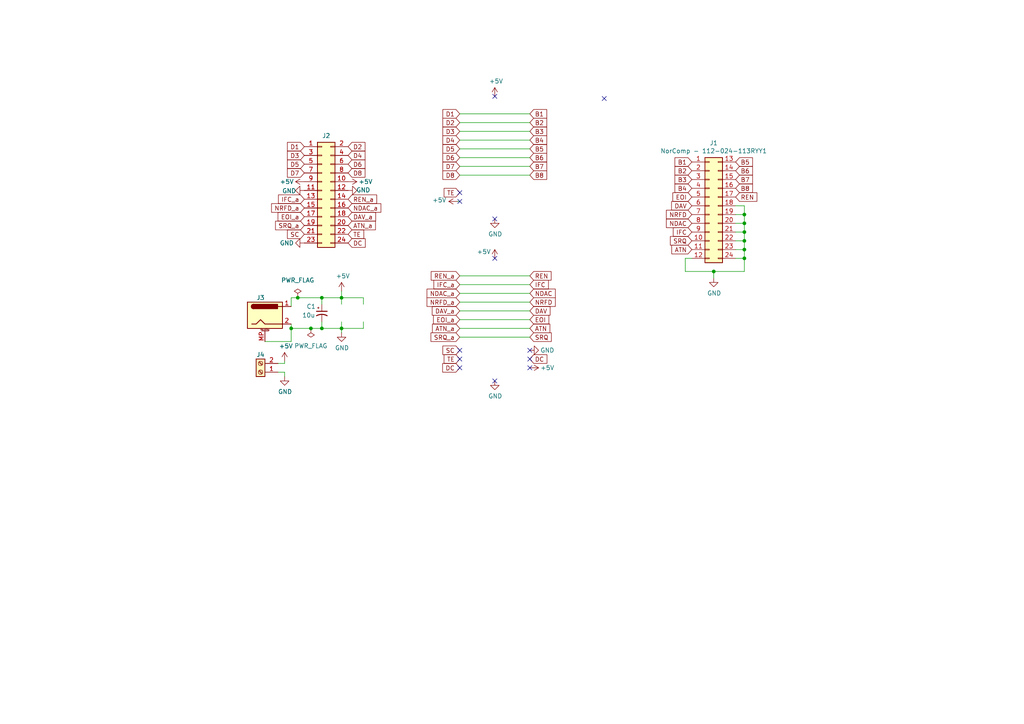
<source format=kicad_sch>
(kicad_sch (version 20230121) (generator eeschema)
  (paper "A4")
  (lib_symbols
    (symbol "Connector:Barrel_Jack_MountingPin" (pin_names hide)
      (property "Reference" "J" (at 0 5.334 0))
      (property "Value" "Barrel_Jack_MountingPin" (at 1.27 -6.35 0))
      (symbol "Barrel_Jack_MountingPin_0_1"
        (rectangle (start -5.08 3.81) (end 5.08 -3.81) (stroke (width 0.254)) (fill (type background)))
        (arc (start -3.302 3.175) (mid -3.9343 2.54) (end -3.302 1.905) (stroke (width 0.254)))
        (arc (start -3.302 3.175) (mid -3.9343 2.54) (end -3.302 1.905) (stroke (width 0.254)) (fill (type outline)))
        (polyline (pts (xy 5.08 2.54) (xy 3.81 2.54)) (stroke (width 0.254)))
        (polyline (pts (xy -3.81 -2.54) (xy -2.54 -2.54) (xy -1.27 -1.27) (xy 0 -2.54) (xy 2.54 -2.54) (xy 5.08 -2.54)) (stroke (width 0.254)))
        (rectangle (start 3.683 3.175) (end -3.302 1.905) (stroke (width 0.254)) (fill (type outline)))
      )
      (symbol "Barrel_Jack_MountingPin_1_1"
        (polyline (pts (xy -1.016 -4.572) (xy 1.016 -4.572)) (stroke (width 0.1524)))
        (text "Mounting" (at 0 -4.191 0) (effects (font (size 0.381 0.381))))
        (pin passive line (at 7.62 2.54 180) (length 2.54) (name "~") (number "1"))
        (pin passive line (at 7.62 -2.54 180) (length 2.54) (name "~") (number "2"))
        (pin passive line (at 0 -7.62 90) (length 3.048) (name "MountPin") (number "MP"))
      )
    )
    (symbol "Connector:Screw_Terminal_01x02" (pin_names (offset 1.016) hide)
      (property "Reference" "J" (at 0 2.54 0))
      (property "Value" "Screw_Terminal_01x02" (at 0 -5.08 0))
      (symbol "Screw_Terminal_01x02_1_1"
        (rectangle (start -1.27 1.27) (end 1.27 -3.81) (stroke (width 0.254)) (fill (type background)))
        (circle (center 0 -2.54) (radius 0.635) (stroke (width 0.1524)))
        (polyline (pts (xy -0.5334 -2.2098) (xy 0.3302 -3.048)) (stroke (width 0.1524)))
        (polyline (pts (xy -0.5334 0.3302) (xy 0.3302 -0.508)) (stroke (width 0.1524)))
        (polyline (pts (xy -0.3556 -2.032) (xy 0.508 -2.8702)) (stroke (width 0.1524)))
        (polyline (pts (xy -0.3556 0.508) (xy 0.508 -0.3302)) (stroke (width 0.1524)))
        (circle (center 0 0) (radius 0.635) (stroke (width 0.1524)))
        (pin passive line (at -5.08 0 0) (length 3.81) (name "Pin_1") (number "1"))
        (pin passive line (at -5.08 -2.54 0) (length 3.81) (name "Pin_2") (number "2"))
      )
    )
    (symbol "Connector_Generic:Conn_02x12_Odd_Even" (pin_names (offset 1.016) hide)
      (property "Reference" "J" (at 1.27 15.24 0))
      (property "Value" "Conn_02x12_Odd_Even" (at 1.27 -17.78 0))
      (symbol "Conn_02x12_Odd_Even_1_1"
        (rectangle (start -1.27 -15.113) (end 0 -15.367) (stroke (width 0.1524)))
        (rectangle (start -1.27 -12.573) (end 0 -12.827) (stroke (width 0.1524)))
        (rectangle (start -1.27 -10.033) (end 0 -10.287) (stroke (width 0.1524)))
        (rectangle (start -1.27 -7.493) (end 0 -7.747) (stroke (width 0.1524)))
        (rectangle (start -1.27 -4.953) (end 0 -5.207) (stroke (width 0.1524)))
        (rectangle (start -1.27 -2.413) (end 0 -2.667) (stroke (width 0.1524)))
        (rectangle (start -1.27 0.127) (end 0 -0.127) (stroke (width 0.1524)))
        (rectangle (start -1.27 2.667) (end 0 2.413) (stroke (width 0.1524)))
        (rectangle (start -1.27 5.207) (end 0 4.953) (stroke (width 0.1524)))
        (rectangle (start -1.27 7.747) (end 0 7.493) (stroke (width 0.1524)))
        (rectangle (start -1.27 10.287) (end 0 10.033) (stroke (width 0.1524)))
        (rectangle (start -1.27 12.827) (end 0 12.573) (stroke (width 0.1524)))
        (rectangle (start -1.27 13.97) (end 3.81 -16.51) (stroke (width 0.254)) (fill (type background)))
        (rectangle (start 3.81 -15.113) (end 2.54 -15.367) (stroke (width 0.1524)))
        (rectangle (start 3.81 -12.573) (end 2.54 -12.827) (stroke (width 0.1524)))
        (rectangle (start 3.81 -10.033) (end 2.54 -10.287) (stroke (width 0.1524)))
        (rectangle (start 3.81 -7.493) (end 2.54 -7.747) (stroke (width 0.1524)))
        (rectangle (start 3.81 -4.953) (end 2.54 -5.207) (stroke (width 0.1524)))
        (rectangle (start 3.81 -2.413) (end 2.54 -2.667) (stroke (width 0.1524)))
        (rectangle (start 3.81 0.127) (end 2.54 -0.127) (stroke (width 0.1524)))
        (rectangle (start 3.81 2.667) (end 2.54 2.413) (stroke (width 0.1524)))
        (rectangle (start 3.81 5.207) (end 2.54 4.953) (stroke (width 0.1524)))
        (rectangle (start 3.81 7.747) (end 2.54 7.493) (stroke (width 0.1524)))
        (rectangle (start 3.81 10.287) (end 2.54 10.033) (stroke (width 0.1524)))
        (rectangle (start 3.81 12.827) (end 2.54 12.573) (stroke (width 0.1524)))
        (pin passive line (at -5.08 12.7 0) (length 3.81) (name "Pin_1") (number "1"))
        (pin passive line (at 7.62 2.54 180) (length 3.81) (name "Pin_10") (number "10"))
        (pin passive line (at -5.08 0 0) (length 3.81) (name "Pin_11") (number "11"))
        (pin passive line (at 7.62 0 180) (length 3.81) (name "Pin_12") (number "12"))
        (pin passive line (at -5.08 -2.54 0) (length 3.81) (name "Pin_13") (number "13"))
        (pin passive line (at 7.62 -2.54 180) (length 3.81) (name "Pin_14") (number "14"))
        (pin passive line (at -5.08 -5.08 0) (length 3.81) (name "Pin_15") (number "15"))
        (pin passive line (at 7.62 -5.08 180) (length 3.81) (name "Pin_16") (number "16"))
        (pin passive line (at -5.08 -7.62 0) (length 3.81) (name "Pin_17") (number "17"))
        (pin passive line (at 7.62 -7.62 180) (length 3.81) (name "Pin_18") (number "18"))
        (pin passive line (at -5.08 -10.16 0) (length 3.81) (name "Pin_19") (number "19"))
        (pin passive line (at 7.62 12.7 180) (length 3.81) (name "Pin_2") (number "2"))
        (pin passive line (at 7.62 -10.16 180) (length 3.81) (name "Pin_20") (number "20"))
        (pin passive line (at -5.08 -12.7 0) (length 3.81) (name "Pin_21") (number "21"))
        (pin passive line (at 7.62 -12.7 180) (length 3.81) (name "Pin_22") (number "22"))
        (pin passive line (at -5.08 -15.24 0) (length 3.81) (name "Pin_23") (number "23"))
        (pin passive line (at 7.62 -15.24 180) (length 3.81) (name "Pin_24") (number "24"))
        (pin passive line (at -5.08 10.16 0) (length 3.81) (name "Pin_3") (number "3"))
        (pin passive line (at 7.62 10.16 180) (length 3.81) (name "Pin_4") (number "4"))
        (pin passive line (at -5.08 7.62 0) (length 3.81) (name "Pin_5") (number "5"))
        (pin passive line (at 7.62 7.62 180) (length 3.81) (name "Pin_6") (number "6"))
        (pin passive line (at -5.08 5.08 0) (length 3.81) (name "Pin_7") (number "7"))
        (pin passive line (at 7.62 5.08 180) (length 3.81) (name "Pin_8") (number "8"))
        (pin passive line (at -5.08 2.54 0) (length 3.81) (name "Pin_9") (number "9"))
      )
    )
    (symbol "Connector_Generic:Conn_02x12_Top_Bottom" (pin_names (offset 1.016) hide)
      (property "Reference" "J" (at 1.27 15.24 0))
      (property "Value" "Conn_02x12_Top_Bottom" (at 1.27 -17.78 0))
      (symbol "Conn_02x12_Top_Bottom_1_1"
        (rectangle (start -1.27 -15.113) (end 0 -15.367) (stroke (width 0.1524)))
        (rectangle (start -1.27 -12.573) (end 0 -12.827) (stroke (width 0.1524)))
        (rectangle (start -1.27 -10.033) (end 0 -10.287) (stroke (width 0.1524)))
        (rectangle (start -1.27 -7.493) (end 0 -7.747) (stroke (width 0.1524)))
        (rectangle (start -1.27 -4.953) (end 0 -5.207) (stroke (width 0.1524)))
        (rectangle (start -1.27 -2.413) (end 0 -2.667) (stroke (width 0.1524)))
        (rectangle (start -1.27 0.127) (end 0 -0.127) (stroke (width 0.1524)))
        (rectangle (start -1.27 2.667) (end 0 2.413) (stroke (width 0.1524)))
        (rectangle (start -1.27 5.207) (end 0 4.953) (stroke (width 0.1524)))
        (rectangle (start -1.27 7.747) (end 0 7.493) (stroke (width 0.1524)))
        (rectangle (start -1.27 10.287) (end 0 10.033) (stroke (width 0.1524)))
        (rectangle (start -1.27 12.827) (end 0 12.573) (stroke (width 0.1524)))
        (rectangle (start -1.27 13.97) (end 3.81 -16.51) (stroke (width 0.254)) (fill (type background)))
        (rectangle (start 3.81 -15.113) (end 2.54 -15.367) (stroke (width 0.1524)))
        (rectangle (start 3.81 -12.573) (end 2.54 -12.827) (stroke (width 0.1524)))
        (rectangle (start 3.81 -10.033) (end 2.54 -10.287) (stroke (width 0.1524)))
        (rectangle (start 3.81 -7.493) (end 2.54 -7.747) (stroke (width 0.1524)))
        (rectangle (start 3.81 -4.953) (end 2.54 -5.207) (stroke (width 0.1524)))
        (rectangle (start 3.81 -2.413) (end 2.54 -2.667) (stroke (width 0.1524)))
        (rectangle (start 3.81 0.127) (end 2.54 -0.127) (stroke (width 0.1524)))
        (rectangle (start 3.81 2.667) (end 2.54 2.413) (stroke (width 0.1524)))
        (rectangle (start 3.81 5.207) (end 2.54 4.953) (stroke (width 0.1524)))
        (rectangle (start 3.81 7.747) (end 2.54 7.493) (stroke (width 0.1524)))
        (rectangle (start 3.81 10.287) (end 2.54 10.033) (stroke (width 0.1524)))
        (rectangle (start 3.81 12.827) (end 2.54 12.573) (stroke (width 0.1524)))
        (pin passive line (at -5.08 12.7 0) (length 3.81) (name "Pin_1") (number "1"))
        (pin passive line (at -5.08 -10.16 0) (length 3.81) (name "Pin_10") (number "10"))
        (pin passive line (at -5.08 -12.7 0) (length 3.81) (name "Pin_11") (number "11"))
        (pin passive line (at -5.08 -15.24 0) (length 3.81) (name "Pin_12") (number "12"))
        (pin passive line (at 7.62 12.7 180) (length 3.81) (name "Pin_13") (number "13"))
        (pin passive line (at 7.62 10.16 180) (length 3.81) (name "Pin_14") (number "14"))
        (pin passive line (at 7.62 7.62 180) (length 3.81) (name "Pin_15") (number "15"))
        (pin passive line (at 7.62 5.08 180) (length 3.81) (name "Pin_16") (number "16"))
        (pin passive line (at 7.62 2.54 180) (length 3.81) (name "Pin_17") (number "17"))
        (pin passive line (at 7.62 0 180) (length 3.81) (name "Pin_18") (number "18"))
        (pin passive line (at 7.62 -2.54 180) (length 3.81) (name "Pin_19") (number "19"))
        (pin passive line (at -5.08 10.16 0) (length 3.81) (name "Pin_2") (number "2"))
        (pin passive line (at 7.62 -5.08 180) (length 3.81) (name "Pin_20") (number "20"))
        (pin passive line (at 7.62 -7.62 180) (length 3.81) (name "Pin_21") (number "21"))
        (pin passive line (at 7.62 -10.16 180) (length 3.81) (name "Pin_22") (number "22"))
        (pin passive line (at 7.62 -12.7 180) (length 3.81) (name "Pin_23") (number "23"))
        (pin passive line (at 7.62 -15.24 180) (length 3.81) (name "Pin_24") (number "24"))
        (pin passive line (at -5.08 7.62 0) (length 3.81) (name "Pin_3") (number "3"))
        (pin passive line (at -5.08 5.08 0) (length 3.81) (name "Pin_4") (number "4"))
        (pin passive line (at -5.08 2.54 0) (length 3.81) (name "Pin_5") (number "5"))
        (pin passive line (at -5.08 0 0) (length 3.81) (name "Pin_6") (number "6"))
        (pin passive line (at -5.08 -2.54 0) (length 3.81) (name "Pin_7") (number "7"))
        (pin passive line (at -5.08 -5.08 0) (length 3.81) (name "Pin_8") (number "8"))
        (pin passive line (at -5.08 -7.62 0) (length 3.81) (name "Pin_9") (number "9"))
      )
    )
    (symbol "Device:CP1_Small" (pin_numbers hide) (pin_names (offset 0.254) hide)
      (property "Reference" "C" (at 0.254 1.778 0))
      (property "Value" "Device_CP1_Small" (at 0.254 -2.032 0))
      (symbol "CP1_Small_0_1"
        (polyline (pts (xy -1.524 0.508) (xy 1.524 0.508)) (stroke (width 0.3048)))
        (polyline (pts (xy -1.27 1.524) (xy -0.762 1.524)))
        (polyline (pts (xy -1.016 1.27) (xy -1.016 1.778)))
        (arc (start 1.524 -0.762) (mid 0 -0.3734) (end -1.524 -0.762) (stroke (width 0.3048)))
      )
      (symbol "CP1_Small_1_1"
        (pin passive line (at 0 2.54 270) (length 2.032) (name "~") (number "1"))
        (pin passive line (at 0 -2.54 90) (length 2.032) (name "~") (number "2"))
      )
    )
    (symbol "power:+5V" (power) (pin_names (offset 0))
      (property "Value" "+5V" (at 0 3.556 0))
      (symbol "+5V_0_1"
        (polyline (pts (xy -0.762 1.27) (xy 0 2.54)))
        (polyline (pts (xy 0 0) (xy 0 2.54)))
        (polyline (pts (xy 0 2.54) (xy 0.762 1.27)))
      )
      (symbol "+5V_1_1"
        (pin power_in line (at 0 0 90) (length 0) hide (name "+5V") (number "1"))
      )
    )
    (symbol "power:GND" (power) (pin_names (offset 0))
      (property "Value" "GND" (at 0 -3.81 0))
      (symbol "GND_0_1"
        (polyline (pts (xy 0 0) (xy 0 -1.27) (xy 1.27 -1.27) (xy 0 -2.54) (xy -1.27 -1.27) (xy 0 -1.27)))
      )
      (symbol "GND_1_1"
        (pin power_in line (at 0 0 270) (length 0) hide (name "GND") (number "1"))
      )
    )
    (symbol "power:PWR_FLAG" (power) (pin_numbers hide) (pin_names (offset 0) hide)
      (property "Value" "PWR_FLAG" (at 0 3.81 0))
      (symbol "PWR_FLAG_0_0"
        (pin power_out line (at 0 0 90) (length 0) (name "pwr") (number "1"))
      )
      (symbol "PWR_FLAG_0_1"
        (polyline (pts (xy 0 0) (xy 0 1.27) (xy -1.016 1.905) (xy 0 2.54) (xy 1.016 1.905) (xy 0 1.27)))
      )
    )
  )
  (junction (at 215.9 72.39))
  (junction (at 86.36 86.36))
  (junction (at 99.06 95.25))
  (junction (at 93.345 95.25))
  (junction (at 215.9 64.77))
  (junction (at 207.01 78.74))
  (junction (at 90.17 95.25))
  (junction (at 215.9 74.93))
  (junction (at 215.9 62.23))
  (junction (at 99.06 86.36))
  (junction (at 215.9 67.31))
  (junction (at 93.345 86.36))
  (junction (at 84.455 95.25))
  (junction (at 215.9 69.85))
  (no_connect (at 133.35 106.68))
  (no_connect (at 133.35 104.14))
  (no_connect (at 133.35 55.88))
  (no_connect (at 143.51 27.94))
  (no_connect (at 133.35 101.6))
  (no_connect (at 153.67 101.6))
  (no_connect (at 153.67 106.68))
  (no_connect (at 143.51 74.93))
  (no_connect (at 133.35 58.42))
  (no_connect (at 175.26 28.575))
  (no_connect (at 153.67 104.14))
  (no_connect (at 143.51 110.49))
  (no_connect (at 143.51 63.5))
  (wire (pts (xy 200.66 74.93) (xy 198.755 74.93)))
  (wire (pts (xy 213.36 67.31) (xy 215.9 67.31)))
  (wire (pts (xy 213.36 62.23) (xy 215.9 62.23)))
  (wire (pts (xy 90.17 95.25) (xy 93.345 95.25)))
  (wire (pts (xy 133.35 33.02) (xy 153.67 33.02)))
  (wire (pts (xy 133.35 80.01) (xy 153.67 80.01)))
  (wire (pts (xy 215.9 78.74) (xy 215.9 74.93)))
  (wire (pts (xy 213.36 72.39) (xy 215.9 72.39)))
  (wire (pts (xy 84.455 88.9) (xy 84.455 86.36)))
  (wire (pts (xy 84.455 93.98) (xy 84.455 95.25)))
  (wire (pts (xy 133.35 50.8) (xy 153.67 50.8)))
  (wire (pts (xy 99.06 86.36) (xy 105.41 86.36)))
  (wire (pts (xy 213.36 74.93) (xy 215.9 74.93)))
  (wire (pts (xy 84.455 95.25) (xy 90.17 95.25)))
  (wire (pts (xy 84.455 86.36) (xy 86.36 86.36)))
  (wire (pts (xy 215.9 74.93) (xy 215.9 72.39)))
  (wire (pts (xy 80.645 105.41) (xy 82.55 105.41)))
  (wire (pts (xy 213.36 69.85) (xy 215.9 69.85)))
  (wire (pts (xy 86.36 86.36) (xy 93.345 86.36)))
  (wire (pts (xy 133.35 90.17) (xy 153.67 90.17)))
  (wire (pts (xy 133.35 43.18) (xy 153.67 43.18)))
  (wire (pts (xy 99.06 88.265) (xy 99.06 86.36)))
  (wire (pts (xy 133.35 87.63) (xy 153.67 87.63)))
  (wire (pts (xy 133.35 95.25) (xy 153.67 95.25)))
  (wire (pts (xy 84.455 99.06) (xy 84.455 95.25)))
  (wire (pts (xy 207.01 78.74) (xy 215.9 78.74)))
  (wire (pts (xy 93.345 95.25) (xy 99.06 95.25)))
  (wire (pts (xy 133.35 45.72) (xy 153.67 45.72)))
  (wire (pts (xy 93.345 93.345) (xy 93.345 95.25)))
  (wire (pts (xy 198.755 74.93) (xy 198.755 78.74)))
  (wire (pts (xy 133.35 85.09) (xy 153.67 85.09)))
  (wire (pts (xy 133.35 97.79) (xy 153.67 97.79)))
  (wire (pts (xy 215.9 62.23) (xy 215.9 59.69)))
  (wire (pts (xy 213.36 64.77) (xy 215.9 64.77)))
  (wire (pts (xy 207.01 78.74) (xy 207.01 80.645)))
  (wire (pts (xy 215.9 59.69) (xy 213.36 59.69)))
  (wire (pts (xy 215.9 64.77) (xy 215.9 62.23)))
  (wire (pts (xy 133.35 92.71) (xy 153.67 92.71)))
  (wire (pts (xy 76.835 99.06) (xy 84.455 99.06)))
  (wire (pts (xy 133.35 40.64) (xy 153.67 40.64)))
  (wire (pts (xy 99.06 95.25) (xy 99.06 96.52)))
  (wire (pts (xy 198.755 78.74) (xy 207.01 78.74)))
  (wire (pts (xy 215.9 72.39) (xy 215.9 69.85)))
  (wire (pts (xy 132.715 58.42) (xy 133.35 58.42)))
  (wire (pts (xy 133.35 82.55) (xy 153.67 82.55)))
  (wire (pts (xy 133.35 35.56) (xy 153.67 35.56)))
  (wire (pts (xy 105.41 86.36) (xy 105.41 88.265)))
  (wire (pts (xy 215.9 69.85) (xy 215.9 67.31)))
  (wire (pts (xy 80.645 107.95) (xy 82.55 107.95)))
  (wire (pts (xy 133.35 48.26) (xy 153.67 48.26)))
  (wire (pts (xy 82.55 105.41) (xy 82.55 104.775)))
  (wire (pts (xy 133.35 38.1) (xy 153.67 38.1)))
  (wire (pts (xy 99.06 93.345) (xy 99.06 95.25)))
  (wire (pts (xy 82.55 107.95) (xy 82.55 109.22)))
  (wire (pts (xy 215.9 67.31) (xy 215.9 64.77)))
  (wire (pts (xy 99.06 95.25) (xy 105.41 95.25)))
  (wire (pts (xy 99.06 86.36) (xy 99.06 84.455)))
  (wire (pts (xy 93.345 86.36) (xy 99.06 86.36)))
  (wire (pts (xy 93.345 88.265) (xy 93.345 86.36)))
  (wire (pts (xy 105.41 95.25) (xy 105.41 93.345)))
  (global_label "B5" (shape input) (at 153.67 43.18 0) (property "Intersheetrefs" "${INTERSHEET_REFS}" (effects hide)))
  (global_label "D4" (shape input) (at 133.35 40.64 180) (property "Intersheetrefs" "${INTERSHEET_REFS}" (effects hide)))
  (global_label "EOI_a" (shape input) (at 133.35 92.71 180) (property "Intersheetrefs" "${INTERSHEET_REFS}" (effects hide)))
  (global_label "B8" (shape input) (at 153.67 50.8 0) (property "Intersheetrefs" "${INTERSHEET_REFS}" (effects hide)))
  (global_label "ATN_a" (shape input) (at 100.965 65.405 0) (property "Intersheetrefs" "${INTERSHEET_REFS}" (effects hide)))
  (global_label "D3" (shape input) (at 133.35 38.1 180) (property "Intersheetrefs" "${INTERSHEET_REFS}" (effects hide)))
  (global_label "NRFD" (shape input) (at 200.66 62.23 180) (property "Intersheetrefs" "${INTERSHEET_REFS}" (effects hide)))
  (global_label "DC" (shape input) (at 100.965 70.485 0) (property "Intersheetrefs" "${INTERSHEET_REFS}" (effects hide)))
  (global_label "REN" (shape input) (at 153.67 80.01 0) (property "Intersheetrefs" "${INTERSHEET_REFS}" (effects hide)))
  (global_label "B7" (shape input) (at 213.36 52.07 0) (property "Intersheetrefs" "${INTERSHEET_REFS}" (effects hide)))
  (global_label "D4" (shape input) (at 100.965 45.085 0) (property "Intersheetrefs" "${INTERSHEET_REFS}" (effects hide)))
  (global_label "B3" (shape input) (at 200.66 52.07 180) (property "Intersheetrefs" "${INTERSHEET_REFS}" (effects hide)))
  (global_label "D7" (shape input) (at 88.265 50.165 180) (property "Intersheetrefs" "${INTERSHEET_REFS}" (effects hide)))
  (global_label "B1" (shape input) (at 153.67 33.02 0) (property "Intersheetrefs" "${INTERSHEET_REFS}" (effects hide)))
  (global_label "D2" (shape input) (at 100.965 42.545 0) (property "Intersheetrefs" "${INTERSHEET_REFS}" (effects hide)))
  (global_label "B6" (shape input) (at 153.67 45.72 0) (property "Intersheetrefs" "${INTERSHEET_REFS}" (effects hide)))
  (global_label "DAV" (shape input) (at 200.66 59.69 180) (property "Intersheetrefs" "${INTERSHEET_REFS}" (effects hide)))
  (global_label "B6" (shape input) (at 213.36 49.53 0) (property "Intersheetrefs" "${INTERSHEET_REFS}" (effects hide)))
  (global_label "REN" (shape input) (at 213.36 57.15 0) (property "Intersheetrefs" "${INTERSHEET_REFS}" (effects hide)))
  (global_label "IFC_a" (shape input) (at 133.35 82.55 180) (property "Intersheetrefs" "${INTERSHEET_REFS}" (effects hide)))
  (global_label "EOI" (shape input) (at 153.67 92.71 0) (property "Intersheetrefs" "${INTERSHEET_REFS}" (effects hide)))
  (global_label "ATN_a" (shape input) (at 133.35 95.25 180) (property "Intersheetrefs" "${INTERSHEET_REFS}" (effects hide)))
  (global_label "IFC_a" (shape input) (at 88.265 57.785 180) (property "Intersheetrefs" "${INTERSHEET_REFS}" (effects hide)))
  (global_label "NDAC" (shape input) (at 153.67 85.09 0) (property "Intersheetrefs" "${INTERSHEET_REFS}" (effects hide)))
  (global_label "ATN" (shape input) (at 153.67 95.25 0) (property "Intersheetrefs" "${INTERSHEET_REFS}" (effects hide)))
  (global_label "EOI_a" (shape input) (at 88.265 62.865 180) (property "Intersheetrefs" "${INTERSHEET_REFS}" (effects hide)))
  (global_label "SRQ_a" (shape input) (at 133.35 97.79 180) (property "Intersheetrefs" "${INTERSHEET_REFS}" (effects hide)))
  (global_label "NDAC_a" (shape input) (at 133.35 85.09 180) (property "Intersheetrefs" "${INTERSHEET_REFS}" (effects hide)))
  (global_label "B4" (shape input) (at 200.66 54.61 180) (property "Intersheetrefs" "${INTERSHEET_REFS}" (effects hide)))
  (global_label "NDAC" (shape input) (at 200.66 64.77 180) (property "Intersheetrefs" "${INTERSHEET_REFS}" (effects hide)))
  (global_label "D5" (shape input) (at 133.35 43.18 180) (property "Intersheetrefs" "${INTERSHEET_REFS}" (effects hide)))
  (global_label "B4" (shape input) (at 153.67 40.64 0) (property "Intersheetrefs" "${INTERSHEET_REFS}" (effects hide)))
  (global_label "NDAC_a" (shape input) (at 100.965 60.325 0) (property "Intersheetrefs" "${INTERSHEET_REFS}" (effects hide)))
  (global_label "REN_a" (shape input) (at 100.965 57.785 0) (property "Intersheetrefs" "${INTERSHEET_REFS}" (effects hide)))
  (global_label "NRFD" (shape input) (at 153.67 87.63 0) (property "Intersheetrefs" "${INTERSHEET_REFS}" (effects hide)))
  (global_label "D1" (shape input) (at 88.265 42.545 180) (property "Intersheetrefs" "${INTERSHEET_REFS}" (effects hide)))
  (global_label "IFC" (shape input) (at 200.66 67.31 180) (property "Intersheetrefs" "${INTERSHEET_REFS}" (effects hide)))
  (global_label "SRQ" (shape input) (at 153.67 97.79 0) (property "Intersheetrefs" "${INTERSHEET_REFS}" (effects hide)))
  (global_label "SC" (shape input) (at 88.265 67.945 180) (property "Intersheetrefs" "${INTERSHEET_REFS}" (effects hide)))
  (global_label "SRQ" (shape input) (at 200.66 69.85 180) (property "Intersheetrefs" "${INTERSHEET_REFS}" (effects hide)))
  (global_label "IFC" (shape input) (at 153.67 82.55 0) (property "Intersheetrefs" "${INTERSHEET_REFS}" (effects hide)))
  (global_label "D3" (shape input) (at 88.265 45.085 180) (property "Intersheetrefs" "${INTERSHEET_REFS}" (effects hide)))
  (global_label "B3" (shape input) (at 153.67 38.1 0) (property "Intersheetrefs" "${INTERSHEET_REFS}" (effects hide)))
  (global_label "B2" (shape input) (at 200.66 49.53 180) (property "Intersheetrefs" "${INTERSHEET_REFS}" (effects hide)))
  (global_label "SRQ_a" (shape input) (at 88.265 65.405 180) (property "Intersheetrefs" "${INTERSHEET_REFS}" (effects hide)))
  (global_label "TE" (shape input) (at 133.35 55.88 180) (property "Intersheetrefs" "${INTERSHEET_REFS}" (effects hide)))
  (global_label "D5" (shape input) (at 88.265 47.625 180) (property "Intersheetrefs" "${INTERSHEET_REFS}" (effects hide)))
  (global_label "D2" (shape input) (at 133.35 35.56 180) (property "Intersheetrefs" "${INTERSHEET_REFS}" (effects hide)))
  (global_label "D6" (shape input) (at 133.35 45.72 180) (property "Intersheetrefs" "${INTERSHEET_REFS}" (effects hide)))
  (global_label "D7" (shape input) (at 133.35 48.26 180) (property "Intersheetrefs" "${INTERSHEET_REFS}" (effects hide)))
  (global_label "NRFD_a" (shape input) (at 88.265 60.325 180) (property "Intersheetrefs" "${INTERSHEET_REFS}" (effects hide)))
  (global_label "B2" (shape input) (at 153.67 35.56 0) (property "Intersheetrefs" "${INTERSHEET_REFS}" (effects hide)))
  (global_label "ATN" (shape input) (at 200.66 72.39 180) (property "Intersheetrefs" "${INTERSHEET_REFS}" (effects hide)))
  (global_label "DAV" (shape input) (at 153.67 90.17 0) (property "Intersheetrefs" "${INTERSHEET_REFS}" (effects hide)))
  (global_label "SC" (shape input) (at 133.35 101.6 180) (property "Intersheetrefs" "${INTERSHEET_REFS}" (effects hide)))
  (global_label "TE" (shape input) (at 133.35 104.14 180) (property "Intersheetrefs" "${INTERSHEET_REFS}" (effects hide)))
  (global_label "DC" (shape input) (at 133.35 106.68 180) (property "Intersheetrefs" "${INTERSHEET_REFS}" (effects hide)))
  (global_label "B7" (shape input) (at 153.67 48.26 0) (property "Intersheetrefs" "${INTERSHEET_REFS}" (effects hide)))
  (global_label "REN_a" (shape input) (at 133.35 80.01 180) (property "Intersheetrefs" "${INTERSHEET_REFS}" (effects hide)))
  (global_label "NRFD_a" (shape input) (at 133.35 87.63 180) (property "Intersheetrefs" "${INTERSHEET_REFS}" (effects hide)))
  (global_label "B1" (shape input) (at 200.66 46.99 180) (property "Intersheetrefs" "${INTERSHEET_REFS}" (effects hide)))
  (global_label "DAV_a" (shape input) (at 133.35 90.17 180) (property "Intersheetrefs" "${INTERSHEET_REFS}" (effects hide)))
  (global_label "D8" (shape input) (at 100.965 50.165 0) (property "Intersheetrefs" "${INTERSHEET_REFS}" (effects hide)))
  (global_label "D6" (shape input) (at 100.965 47.625 0) (property "Intersheetrefs" "${INTERSHEET_REFS}" (effects hide)))
  (global_label "DC" (shape input) (at 153.67 104.14 0) (property "Intersheetrefs" "${INTERSHEET_REFS}" (effects hide)))
  (global_label "TE" (shape input) (at 100.965 67.945 0) (property "Intersheetrefs" "${INTERSHEET_REFS}" (effects hide)))
  (global_label "B5" (shape input) (at 213.36 46.99 0) (property "Intersheetrefs" "${INTERSHEET_REFS}" (effects hide)))
  (global_label "B8" (shape input) (at 213.36 54.61 0) (property "Intersheetrefs" "${INTERSHEET_REFS}" (effects hide)))
  (global_label "D8" (shape input) (at 133.35 50.8 180) (property "Intersheetrefs" "${INTERSHEET_REFS}" (effects hide)))
  (global_label "D1" (shape input) (at 133.35 33.02 180) (property "Intersheetrefs" "${INTERSHEET_REFS}" (effects hide)))
  (global_label "DAV_a" (shape input) (at 100.965 62.865 0) (property "Intersheetrefs" "${INTERSHEET_REFS}" (effects hide)))
  (global_label "EOI" (shape input) (at 200.66 57.15 180) (property "Intersheetrefs" "${INTERSHEET_REFS}" (effects hide)))
  (symbol (lib_id "Connector_Generic:Conn_02x12_Top_Bottom") (at 205.74 59.69 0) (unit 1)
    (property "Reference" "J1" (at 207.01 41.4782 0))
    (property "Value" "NorComp - 112-024-113RYY1" (at 207.01 43.7896 0))
    (property "Footprint" "misc:CENTRONICS-24" (effects hide))
  )
  (symbol (lib_id "power:GND") (at 143.51 63.5 0) (unit 1)
    (property "Reference" "#PWR07" (effects hide))
    (property "Value" "GND" (at 143.637 67.8942 0))
  )
  (symbol (lib_id "power:GND") (at 143.51 110.49 0) (unit 1)
    (property "Reference" "#PWR05" (effects hide))
    (property "Value" "GND" (at 143.637 114.8842 0))
  )
  (symbol (lib_id "power:GND") (at 207.01 80.645 0) (unit 1)
    (property "Reference" "#PWR08" (effects hide))
    (property "Value" "GND" (at 207.137 85.0392 0))
  )
  (symbol (lib_id "power:+5V") (at 143.51 27.94 0) (unit 1)
    (property "Reference" "#PWR06" (effects hide))
    (property "Value" "+5V" (at 143.891 23.5458 0))
  )
  (symbol (lib_id "power:+5V") (at 143.51 74.93 0) (unit 1)
    (property "Reference" "#PWR04" (effects hide))
    (property "Value" "+5V" (at 140.335 73.025 0))
  )
  (symbol (lib_id "power:+5V") (at 132.715 58.42 90) (unit 1)
    (property "Reference" "#PWR0101" (effects hide))
    (property "Value" "+5V" (at 129.4638 58.039 90) (effects (justify left)))
  )
  (symbol (lib_id "Connector_Generic:Conn_02x12_Odd_Even") (at 93.345 55.245 0) (unit 1)
    (property "Reference" "J2" (at 94.615 39.37 0))
    (property "Value" "Conn_02x12_Odd_Even" (effects hide))
    (property "Footprint" "Connector_PinSocket_2.54mm:PinSocket_2x12_P2.54mm_Vertical" (effects hide))
  )
  (symbol (lib_id "power:GND") (at 100.965 55.245 90) (unit 1)
    (property "Reference" "#PWR010" (effects hide))
    (property "Value" "GND" (at 105.3592 55.118 90))
  )
  (symbol (lib_id "power:GND") (at 88.265 55.245 270) (unit 1)
    (property "Reference" "#PWR03" (effects hide))
    (property "Value" "GND" (at 83.8708 55.372 90))
  )
  (symbol (lib_id "power:GND") (at 153.67 101.6 90) (unit 1)
    (property "Reference" "#PWR0106" (effects hide))
    (property "Value" "GND" (at 158.75 101.6 90))
  )
  (symbol (lib_id "power:+5V") (at 100.965 52.705 270) (unit 1)
    (property "Reference" "#PWR09" (effects hide))
    (property "Value" "+5V" (at 106.045 52.705 90))
  )
  (symbol (lib_id "power:+5V") (at 153.67 106.68 270) (unit 1)
    (property "Reference" "#PWR0107" (effects hide))
    (property "Value" "+5V" (at 158.75 106.68 90))
  )
  (symbol (lib_id "power:+5V") (at 88.265 52.705 90) (unit 1)
    (property "Reference" "#PWR02" (effects hide))
    (property "Value" "+5V" (at 83.185 52.705 90))
  )
  (symbol (lib_id "power:GND") (at 88.265 70.485 270) (unit 1)
    (property "Reference" "#PWR01" (effects hide))
    (property "Value" "GND" (at 83.185 70.485 90))
  )
  (symbol (lib_id "Device:CP1_Small") (at 93.345 90.805 0) (unit 1)
    (property "Reference" "C1" (at 88.9 88.9 0) (effects (justify left)))
    (property "Value" "10u" (at 87.63 91.44 0) (effects (justify left)))
    (property "Footprint" "Capacitor_Tantalum_SMD:CP_EIA-7132-20_AVX-U" (effects hide))
  )
  (symbol (lib_id "power:GND") (at 99.06 96.52 0) (unit 1)
    (property "Reference" "#PWR0102" (effects hide))
    (property "Value" "GND" (at 99.187 100.9142 0))
  )
  (symbol (lib_id "power:+5V") (at 99.06 84.455 0) (unit 1)
    (property "Reference" "#PWR0103" (effects hide))
    (property "Value" "+5V" (at 99.441 80.0608 0))
  )
  (symbol (lib_id "Connector:Barrel_Jack_MountingPin") (at 76.835 91.44 0) (unit 1)
    (property "Reference" "J3" (at 75.565 86.36 0))
    (property "Value" "Barrel_Jack" (effects hide))
    (property "Footprint" "Connector_BarrelJack:BarrelJack_CUI_PJ-063AH_Horizontal" (effects hide))
  )
  (symbol (lib_id "Connector:Screw_Terminal_01x02") (at 75.565 107.95 180) (unit 1)
    (property "Reference" "J4" (at 75.565 102.87 0))
    (property "Value" "Screw_Terminal_01x02" (effects hide))
    (property "Footprint" "TerminalBlock:TerminalBlock_Altech_AK300-2_P5.00mm" (effects hide))
  )
  (symbol (lib_id "power:GND") (at 82.55 109.22 0) (unit 1)
    (property "Reference" "#PWR0104" (effects hide))
    (property "Value" "GND" (at 82.677 113.6142 0))
  )
  (symbol (lib_id "power:+5V") (at 82.55 104.775 0) (unit 1)
    (property "Reference" "#PWR0105" (effects hide))
    (property "Value" "+5V" (at 82.931 100.3808 0))
  )
  (symbol (lib_id "power:PWR_FLAG") (at 86.36 86.36 0) (unit 1)
    (property "Reference" "#FLG01" (effects hide))
    (property "Value" "PWR_FLAG" (at 86.36 81.28 0))
  )
  (symbol (lib_id "power:PWR_FLAG") (at 90.17 95.25 180) (unit 1)
    (property "Reference" "#FLG02" (effects hide))
    (property "Value" "PWR_FLAG" (at 90.17 100.33 0))
  )
)
</source>
